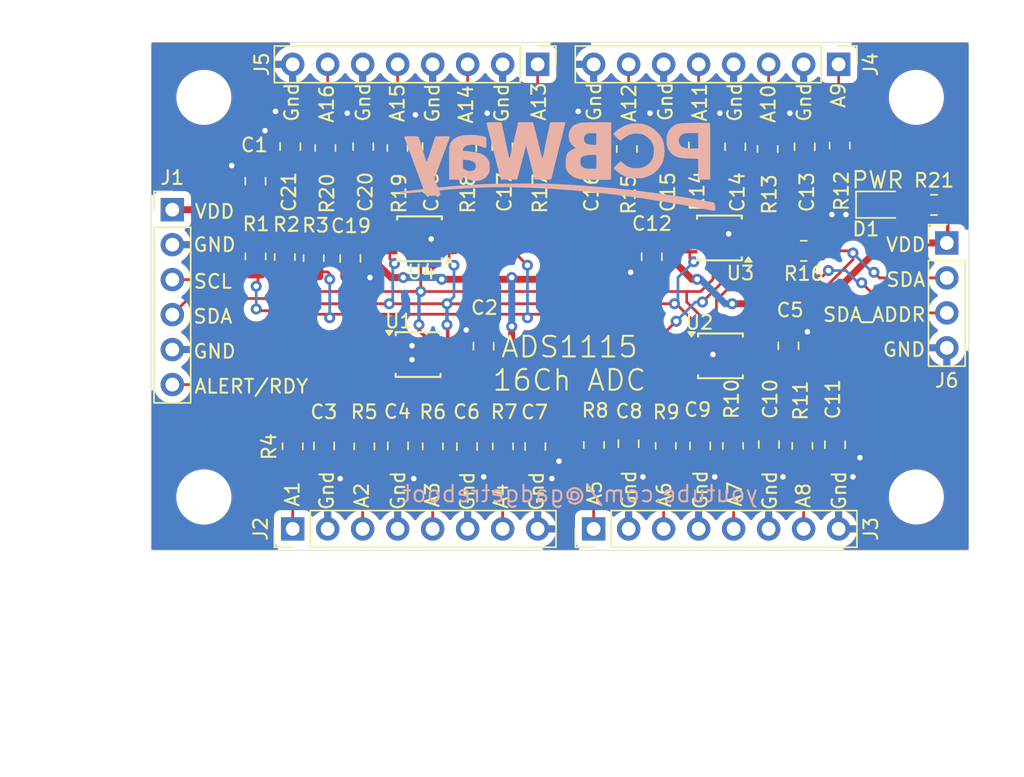
<source format=kicad_pcb>
(kicad_pcb (version 20240108) (generator "pcbnew") (generator_version "8.0")
  (layers (0 "F.Cu" signal) (31 "B.Cu" signal) (34 "B.Paste" user) (35 "F.Paste" user) (36 "B.SilkS" user "B.Silkscreen") (37 "F.SilkS" user "F.Silkscreen") (38 "B.Mask" user) (39 "F.Mask" user) (44 "Edge.Cuts" user))
  (net 0 "")
  (net 1 "/AIN1")
  (net 2 "GNDREF")
  (net 3 "/AIN3")
  (net 4 "/AIN2")
  (net 5 "/AIN4")
  (net 6 "/AIN5")
  (net 7 "/AIN6")
  (net 8 "/AIN7")
  (net 9 "/AIN8")
  (net 10 "VDD")
  (net 11 "/AIN9")
  (net 12 "/AIN10")
  (net 13 "/AIN11")
  (net 14 "/AIN12")
  (net 15 "/AIN13")
  (net 16 "/AIN14")
  (net 17 "/AIN15")
  (net 18 "/AIN16")
  (net 19 "Net-(J2-Pin_1)")
  (net 20 "Net-(J2-Pin_7)")
  (net 21 "Net-(J2-Pin_5)")
  (net 22 "Net-(J2-Pin_3)")
  (net 23 "/SCL")
  (net 24 "/ALERT_RDY")
  (net 25 "/SDA_ADDR")
  (net 26 "/SDA")
  (net 27 "Net-(J4-Pin_5)")
  (net 28 "Net-(J4-Pin_7)")
  (net 29 "Net-(J4-Pin_1)")
  (net 30 "Net-(J4-Pin_3)")
  (net 31 "Net-(J5-Pin_1)")
  (net 32 "Net-(J5-Pin_5)")
  (net 33 "Net-(J5-Pin_3)")
  (net 34 "Net-(J5-Pin_7)")
  (net 35 "Net-(J3-Pin_1)")
  (net 36 "Net-(J3-Pin_7)")
  (net 37 "Net-(J3-Pin_5)")
  (net 38 "Net-(J3-Pin_3)")
  (net 39 "Net-(D1-A)")
  (footprint "MountingHole:MountingHole_3.5mm" (layer "F.Cu") (at 98.53 69.1034)
    (property "Reference" "H3" (hide yes))
    (property "Value" "MountingHole")
  )
  (footprint "MountingHole:MountingHole_3.5mm" (layer "F.Cu") (at 108.944 97.8816 135)
    (property "Reference" "H4" (hide yes))
    (property "Value" "MountingHole")
  )
  (footprint "MountingHole:MountingHole_3.5mm" (layer "F.Cu") (at 56.8177 113.1253)
    (property "Reference" "H1" (hide yes))
    (property "Value" "MountingHole")
  )
  (footprint "MountingHole:MountingHole_3.5mm" (layer "F.Cu") (at 47.1712 83.5954)
    (property "Reference" "H2" (hide yes))
    (property "Value" "MountingHole")
  )
  (footprint "Resistor_SMD:R_0805_2012Metric_Pad1.20x1.40mm_HandSolder" (layer "F.Cu") (at 109.811001 76.914 180)
    (property "Reference" "R21")
    (property "Value" "300r")
  )
  (footprint "Capacitor_SMD:C_0805_2012Metric_Pad1.18x1.45mm_HandSolder" (layer "F.Cu") (at 95.3842 72.6894 -90)
    (property "Reference" "C14")
    (property "Value" "10nF")
  )
  (footprint "Capacitor_SMD:C_0805_2012Metric_Pad1.18x1.45mm_HandSolder" (layer "F.Cu") (at 78.4802 72.6894 -90)
    (property "Reference" "C17")
    (property "Value" "10nF")
  )
  (footprint "Connector_PinHeader_2.54mm:PinHeader_1x08_P2.54mm_Vertical" (layer "F.Cu") (at 81.0442 66.7054 -90)
    (property "Reference" "J5")
    (property "Value" "Conn_01x08")
  )
  (footprint "Resistor_SMD:R_0805_2012Metric_Pad1.20x1.40mm_HandSolder" (layer "F.Cu") (at 95.2226 94.4182 90)
    (property "Reference" "R10")
    (property "Value" "470r")
  )
  (footprint "Connector_PinHeader_2.54mm:PinHeader_1x08_P2.54mm_Vertical" (layer "F.Cu") (at 102.8882 66.7054 -90)
    (property "Reference" "J4")
    (property "Value" "Conn_01x08")
  )
  (footprint "Connector_PinHeader_2.54mm:PinHeader_1x06_P2.54mm_Vertical" (layer "F.Cu") (at 54.53 77.263)
    (property "Reference" "J1")
    (property "Value" "Conn_01x06")
  )
  (footprint "Capacitor_SMD:C_0805_2012Metric_Pad1.18x1.45mm_HandSolder" (layer "F.Cu") (at 60.561799 75.1906 -90)
    (property "Reference" "C1")
    (property "Value" "10uF")
  )
  (footprint "Capacitor_SMD:C_0805_2012Metric_Pad1.18x1.45mm_HandSolder" (layer "F.Cu") (at 67.447199 80.8034 90)
    (property "Reference" "C19")
    (property "Value" "100nF")
  )
  (footprint "Resistor_SMD:R_0805_2012Metric_Pad1.20x1.40mm_HandSolder" (layer "F.Cu") (at 102.972199 72.5994 -90)
    (property "Reference" "R12")
    (property "Value" "470r")
  )
  (footprint "Resistor_SMD:R_0805_2012Metric_Pad1.20x1.40mm_HandSolder" (layer "F.Cu") (at 65.634201 72.7774 -90)
    (property "Reference" "R20")
    (property "Value" "470r")
  )
  (footprint "Resistor_SMD:R_0805_2012Metric_Pad1.20x1.40mm_HandSolder" (layer "F.Cu") (at 78.5238 94.4438 90)
    (property "Reference" "R7")
    (property "Value" "470r")
  )
  (footprint "Capacitor_SMD:C_0805_2012Metric_Pad1.18x1.45mm_HandSolder" (layer "F.Cu") (at 92.8358 94.4138 90)
    (property "Reference" "C9")
    (property "Value" "10nF")
  )
  (footprint "Resistor_SMD:R_0805_2012Metric_Pad1.20x1.40mm_HandSolder" (layer "F.Cu") (at 64.7918 80.7806 -90)
    (property "Reference" "R3")
    (property "Value" "4K7")
  )
  (footprint "Connector_PinHeader_2.54mm:PinHeader_1x04_P2.54mm_Vertical" (layer "F.Cu") (at 110.742 79.676)
    (property "Reference" "J6")
    (property "Value" "Conn_01x04")
  )
  (footprint "Capacitor_SMD:C_0805_2012Metric_Pad1.18x1.45mm_HandSolder" (layer "F.Cu") (at 97.827 94.3122 90)
    (property "Reference" "C10")
    (property "Value" "10nF")
  )
  (footprint "Capacitor_SMD:C_0805_2012Metric_Pad1.18x1.45mm_HandSolder" (layer "F.Cu") (at 99.245 87.1514 -90)
    (property "Reference" "C5")
    (property "Value" "100nF")
  )
  (footprint "Capacitor_SMD:C_0805_2012Metric_Pad1.18x1.45mm_HandSolder" (layer "F.Cu") (at 89.3292 80.6764 90)
    (property "Reference" "C12")
    (property "Value" "100nF")
  )
  (footprint "Resistor_SMD:R_0805_2012Metric_Pad1.20x1.40mm_HandSolder" (layer "F.Cu") (at 100.358399 80.250799)
    (property "Reference" "R16")
    (property "Value" "0r")
  )
  (footprint "Resistor_SMD:R_0805_2012Metric_Pad1.20x1.40mm_HandSolder" (layer "F.Cu") (at 60.5718 80.6536 -90)
    (property "Reference" "R1")
    (property "Value" "4K7")
  )
  (footprint "Resistor_SMD:R_0805_2012Metric_Pad1.20x1.40mm_HandSolder" (layer "F.Cu") (at 97.736199 72.8534 -90)
    (property "Reference" "R13")
    (property "Value" "470r")
  )
  (footprint "Resistor_SMD:R_0805_2012Metric_Pad1.20x1.40mm_HandSolder" (layer "F.Cu") (at 70.870201 72.7774 -90)
    (property "Reference" "R19")
    (property "Value" "470r")
  )
  (footprint "Resistor_SMD:R_0805_2012Metric_Pad1.20x1.40mm_HandSolder" (layer "F.Cu") (at 75.852201 72.7774 -90)
    (property "Reference" "R18")
    (property "Value" "470r")
  )
  (footprint "LED_SMD:LED_0805_2012Metric_Pad1.15x1.40mm_HandSolder" (layer "F.Cu") (at 106.011001 76.897)
    (property "Reference" "D1")
    (property "Value" "LED_Small_Filled")
  )
  (footprint "Capacitor_SMD:C_0805_2012Metric_Pad1.18x1.45mm_HandSolder" (layer "F.Cu") (at 73.4262 72.673401 -90)
    (property "Reference" "C18")
    (property "Value" "10nF")
  )
  (footprint "Capacitor_SMD:C_0805_2012Metric_Pad1.18x1.45mm_HandSolder" (layer "F.Cu") (at 68.3842 72.6734 -90)
    (property "Reference" "C20")
    (property "Value" "10nF")
  )
  (footprint "Package_SO:TSSOP-10_3x3mm_P0.5mm" (layer "F.Cu") (at 72.3678 87.7794)
    (property "Reference" "U1")
    (property "Value" "ADS1115IDGS")
  )
  (footprint "Resistor_SMD:R_0805_2012Metric_Pad1.20x1.40mm_HandSolder" (layer "F.Cu") (at 100.2554 94.4182 90)
    (property "Reference" "R11")
    (property "Value" "470r")
  )
  (footprint "Capacitor_SMD:C_0805_2012Metric_Pad1.18x1.45mm_HandSolder" (layer "F.Cu") (at 90.3422 72.6894 -90)
    (property "Reference" "C15")
    (property "Value" "10nF")
  )
  (footprint "Resistor_SMD:R_0805_2012Metric_Pad1.20x1.40mm_HandSolder" (layer "F.Cu") (at 73.436601 94.4438 90)
    (property "Reference" "R6")
    (property "Value" "470r")
  )
  (footprint "Capacitor_SMD:C_0805_2012Metric_Pad1.18x1.45mm_HandSolder" (layer "F.Cu") (at 77.1218 87.1674 -90)
    (property "Reference" "C2")
    (property "Value" "100nF")
  )
  (footprint "Package_SO:TSSOP-10_3x3mm_P0.5mm" (layer "F.Cu") (at 94.3134 87.8774)
    (property "Reference" "U2")
    (property "Value" "ADS1115IDGS")
  )
  (footprint "Capacitor_SMD:C_0805_2012Metric_Pad1.18x1.45mm_HandSolder" (layer "F.Cu") (at 63.0882 72.6734 -90)
    (property "Reference" "C21")
    (property "Value" "10nF")
  )
  (footprint "Capacitor_SMD:C_0805_2012Metric_Pad1.18x1.45mm_HandSolder" (layer "F.Cu") (at 100.4262 72.6894 -90)
    (property "Reference" "C13")
    (property "Value" "10nF")
  )
  (footprint "Capacitor_SMD:C_0805_2012Metric_Pad1.18x1.45mm_HandSolder" (layer "F.Cu") (at 87.6414 94.2614 90)
    (property "Reference" "C8")
    (property "Value" "10nF")
  )
  (footprint "Resistor_SMD:R_0805_2012Metric_Pad1.20x1.40mm_HandSolder" (layer "F.Cu") (at 90.3422 94.4182 90)
    (property "Reference" "R9")
    (property "Value" "470r")
  )
  (footprint "Connector_PinHeader_2.54mm:PinHeader_1x08_P2.54mm_Vertical" (layer "F.Cu") (at 85.1082 100.4446 90)
    (property "Reference" "J3")
    (property "Value" "Conn_01x08")
  )
  (footprint "Package_SO:TSSOP-10_3x3mm_P0.5mm" (layer "F.Cu") (at 94.2366 79.3162 180)
    (property "Reference" "U3")
    (property "Value" "ADS1115IDGS")
  )
  (footprint "Resistor_SMD:R_0805_2012Metric_Pad1.20x1.40mm_HandSolder" (layer "F.Cu") (at 87.518199 72.8534 -90)
    (property "Reference" "R15")
    (property "Value" "470r")
  )
  (footprint "Capacitor_SMD:C_0805_2012Metric_Pad1.18x1.45mm_HandSolder" (layer "F.Cu") (at 80.8722 94.4646 90)
    (property "Reference" "C7")
    (property "Value" "10nF")
  )
  (footprint "Resistor_SMD:R_0805_2012Metric_Pad1.20x1.40mm_HandSolder" (layer "F.Cu") (at 68.4618 94.4438 90)
    (property "Reference" "R5")
    (property "Value" "470r")
  )
  (footprint "Capacitor_SMD:C_0805_2012Metric_Pad1.18x1.45mm_HandSolder" (layer "F.Cu") (at 75.919 94.4646 90)
    (property "Reference" "C6")
    (property "Value" "10nF")
  )
  (footprint "Capacitor_SMD:C_0805_2012Metric_Pad1.18x1.45mm_HandSolder" (layer "F.Cu") (at 65.543 94.4138 90)
    (property "Reference" "C3")
    (property "Value" "10nF")
  )
  (footprint "Resistor_SMD:R_0805_2012Metric_Pad1.20x1.40mm_HandSolder" (layer "F.Cu") (at 62.6932 80.6994 -90)
    (property "Reference" "R2")
    (property "Value" "4K7")
  )
  (footprint "Capacitor_SMD:C_0805_2012Metric_Pad1.18x1.45mm_HandSolder" (layer "F.Cu") (at 102.627 94.3282 90)
    (property "Reference" "C11")
    (property "Value" "10nF")
  )
  (footprint "Resistor_SMD:R_0805_2012Metric_Pad1.20x1.40mm_HandSolder" (layer "F.Cu") (at 85.1314 94.3422 90)
    (property "Reference" "R8")
    (property "Value" "470r")
  )
  (footprint "Resistor_SMD:R_0805_2012Metric_Pad1.20x1.40mm_HandSolder" (layer "F.Cu") (at 92.754199 72.5994 -90)
    (property "Reference" "R14")
    (property "Value" "470r")
  )
  (footprint "Capacitor_SMD:C_0805_2012Metric_Pad1.18x1.45mm_HandSolder" (layer "F.Cu") (at 85.0462 72.6894 -90)
    (property "Reference" "C16")
    (property "Value" "10nF")
  )
  (footprint "Connector_PinHeader_2.54mm:PinHeader_1x08_P2.54mm_Vertical" (layer "F.Cu") (at 63.2642 100.4446 90)
    (property "Reference" "J2")
    (property "Value" "Conn_01x08")
  )
  (footprint "Resistor_SMD:R_0805_2012Metric_Pad1.20x1.40mm_HandSolder" (layer "F.Cu") (at 81.088201 72.7774 -90)
    (property "Reference" "R17")
    (property "Value" "470r")
  )
  (footprint "Capacitor_SMD:C_0805_2012Metric_Pad1.18x1.45mm_HandSolder" (layer "F.Cu") (at 70.9026 94.4138 90)
    (property "Reference" "C4")
    (property "Value" "10nF")
  )
  (footprint "Resistor_SMD:R_0805_2012Metric_Pad1.20x1.40mm_HandSolder" (layer "F.Cu") (at 63.2658 94.4438 90)
    (property "Reference" "R4")
    (property "Value" "470r")
  )
  (footprint "Package_SO:TSSOP-10_3x3mm_P0.5mm" (layer "F.Cu") (at 72.4694 79.3738 180)
    (property "Reference" "U4")
    (property "Value" "ADS1115IDGS")
  )
  (footprint "_Custom_Footprints:pcb way logo" (layer "B.Cu") (at 82.496 74.8008 180)
    (property "Reference" "G***" (hide yes))
    (property "Value" "LOGO" (hide yes))
  )
  (gr_line (start 52.9844 102) (end 52.9844 65.1002) (stroke (width 0.05)) (layer "Edge.Cuts"))
  (gr_line (start 112.34 102) (end 52.9844 102) (stroke (width 0.05)) (layer "Edge.Cuts"))
  (gr_line (start 52.9844 65.1002) (end 112.34 65.1002) (stroke (width 0.05)) (layer "Edge.Cuts"))
  (gr_line (start 112.34 65.1002) (end 112.34 102) (stroke (width 0.05)) (layer "Edge.Cuts"))
  (gr_text "youtube.com/@gadgetreboot" (at 84.1256 97.8962 0) (layer "B.SilkS") (effects (font (size 1.2 1.2)) (justify mirror)))
  (gr_text "ADS1115\n16Ch ADC" (at 83.351 88.4408 0) (layer "F.SilkS") (effects (font (size 1.5 1.5))))
  (gr_text "A14" (at 75.8406 69.616 90) (layer "F.SilkS") (effects (font (size 1 1))))
  (gr_text "ALERT/RDY" (at 60.2634 90.0934 0) (layer "F.SilkS") (effects (font (size 1 1))))
  (gr_text "VDD" (at 57.5964 77.3934 0) (layer "F.SilkS") (effects (font (size 1 1))))
  (gr_text "A3" (at 73.4022 97.9624 90) (layer "F.SilkS") (effects (font (size 1 1))))
  (gr_text "PWR" (at 105.7294 75.1074 0) (layer "F.SilkS") (effects (font (size 1.2 1.2))))
  (gr_text "A11" (at 92.8078 69.4636 90) (layer "F.SilkS") (effects (font (size 1 1))))
  (gr_text "Gnd" (at 95.3478 69.4636 90) (layer "F.SilkS") (effects (font (size 1 1))))
  (gr_text "A7" (at 95.3478 97.9116 90) (layer "F.SilkS") (effects (font (size 1 1))))
  (gr_text "A9" (at 102.8662 68.9556 90) (layer "F.SilkS") (effects (font (size 1 1))))
  (gr_text "A8" (at 100.3262 98.0132 90) (layer "F.SilkS") (effects (font (size 1 1))))
  (gr_text "GND" (at 107.6344 87.4264 0) (layer "F.SilkS") (effects (font (size 1 1))))
  (gr_text "Gnd" (at 73.4022 69.5144 90) (layer "F.SilkS") (effects (font (size 1 1))))
  (gr_text "SDA" (at 57.4694 85.0134 0) (layer "F.SilkS") (effects (font (size 1 1))))
  (gr_text "Gnd" (at 87.677 97.6068 90) (layer "F.SilkS") (effects (font (size 1 1))))
  (gr_text "A15" (at 70.8622 69.5144 90) (layer "F.SilkS") (effects (font (size 1 1))))
  (gr_text "A13" (at 81.1238 69.4128 90) (layer "F.SilkS") (effects (font (size 1 1))))
  (gr_text "Gnd" (at 90.3186 69.4128 90) (layer "F.SilkS") (effects (font (size 1 1))))
  (gr_text "A10" (at 97.7862 69.5652 90) (layer "F.SilkS") (effects (font (size 1 1))))
  (gr_text "Gnd" (at 80.9714 97.7084 90) (layer "F.SilkS") (effects (font (size 1 1))))
  (gr_text "Gnd" (at 68.373 69.4636 90) (layer "F.SilkS") (effects (font (size 1 1))))
  (gr_text "Gnd" (at 65.7314 97.6576 90) (layer "F.SilkS") (effects (font (size 1 1))))
  (gr_text "A16" (at 65.7314 69.5652 90) (layer "F.SilkS") (effects (font (size 1 1))))
  (gr_text "Gnd" (at 102.917 97.6576 90) (layer "F.SilkS") (effects (font (size 1 1))))
  (gr_text "Gnd" (at 78.4314 69.5144 90) (layer "F.SilkS") (effects (font (size 1 1))))
  (gr_text "A5" (at 85.1878 97.8608 90) (layer "F.SilkS") (effects (font (size 1 1))))
  (gr_text "Gnd" (at 70.913 97.6576 90) (layer "F.SilkS") (effects (font (size 1 1))))
  (gr_text "Gnd" (at 92.8586 97.6068 90) (layer "F.SilkS") (effects (font (size 1 1))))
  (gr_text "VDD" (at 107.7614 79.8064 0) (layer "F.SilkS") (effects (font (size 1 1))))
  (gr_text "Gnd" (at 85.137 69.4128 90) (layer "F.SilkS") (effects (font (size 1 1))))
  (gr_text "Gnd" (at 100.377 69.4636 90) (layer "F.SilkS") (effects (font (size 1 1))))
  (gr_text "A1" (at 63.2422 97.9116 90) (layer "F.SilkS") (effects (font (size 1 1))))
  (gr_text "A6" (at 90.217 97.9624 90) (layer "F.SilkS") (effects (font (size 1 1))))
  (gr_text "SDA_ADDR" (at 105.4754 84.8864 0) (layer "F.SilkS") (effects (font (size 1 1))))
  (gr_text "Gnd" (at 97.8878 97.6576 90) (layer "F.SilkS") (effects (font (size 1 1))))
  (gr_text "Gnd" (at 75.9422 97.7084 90) (layer "F.SilkS") (effects (font (size 1 1))))
  (gr_text "A2" (at 68.2714 98.0132 90) (layer "F.SilkS") (effects (font (size 1 1))))
  (gr_text "A12" (at 87.677 69.5144 90) (layer "F.SilkS") (effects (font (size 1 1))))
  (gr_text "GND" (at 57.5964 87.5534 0) (layer "F.SilkS") (effects (font (size 1 1))))
  (gr_text "GND" (at 57.5964 79.8064 0) (layer "F.SilkS") (effects (font (size 1 1))))
  (gr_text "SCL" (at 57.4694 82.4734 0) (layer "F.SilkS") (effects (font (size 1 1))))
  (gr_text "Gnd" (at 63.1914 69.4636 90) (layer "F.SilkS") (effects (font (size 1 1))))
  (gr_text "A4" (at 78.3806 98.064 90) (layer "F.SilkS") (effects (font (size 1 1))))
  (gr_text "SDA" (at 107.7614 82.3464 0) (layer "F.SilkS") (effects (font (size 1 1))))
  (segment (start 63.2658 93.4438) (end 65.4755 93.4438) (width 0.2) (layer "F.Cu") (net 1))
  (segment (start 65.573 90.189) (end 65.543 90.219) (width 0.2) (layer "F.Cu") (net 1))
  (segment (start 70.2178 88.2794) (end 67.2286 88.2794) (width 0.2) (layer "F.Cu") (net 1))
  (segment (start 65.4755 93.4438) (end 65.543 93.3763) (width 0.2) (layer "F.Cu") (net 1))
  (segment (start 65.543 90.219) (end 65.543 93.3763) (width 0.2) (layer "F.Cu") (net 1))
  (segment (start 67.2286 88.2794) (end 65.573 89.935) (width 0.2) (layer "F.Cu") (net 1))
  (segment (start 65.573 89.935) (end 65.573 90.189) (width 0.2) (layer "F.Cu") (net 1))
  (segment (start 94.91 79.013) (end 95.2132 79.3162) (width 0.254) (layer "F.Cu") (net 2))
  (segment (start 70.2178 86.7794) (end 71.3956 86.7794) (width 0.254) (layer "F.Cu") (net 2))
  (segment (start 68.5279 81.8409) (end 68.875 82.188) (width 0.508) (layer "F.Cu") (net 2))
  (segment (start 71.415 87.776) (end 71.4116 87.7794) (width 0.254) (layer "F.Cu") (net 2))
  (segment (start 95.2132 79.3162) (end 96.386601 79.3162) (width 0.254) (layer "F.Cu") (net 2))
  (segment (start 74.619401 79.3738) (end 73.3402 79.3738) (width 0.254) (layer "F.Cu") (net 2))
  (segment (start 71.415 86.76) (end 71.3956 86.7794) (width 0.254) (layer "F.Cu") (net 2))
  (segment (start 92.1634 87.8774) (end 93.6656 87.8774) (width 0.254) (layer "F.Cu") (net 2))
  (segment (start 93.6656 87.8774) (end 93.767 87.776) (width 0.254) (layer "F.Cu") (net 2))
  (segment (start 73.3402 79.3738) (end 73.32 79.394) (width 0.254) (layer "F.Cu") (net 2))
  (segment (start 70.2178 87.7794) (end 71.4116 87.7794) (width 0.254) (layer "F.Cu") (net 2))
  (segment (start 67.447199 81.8409) (end 68.5279 81.8409) (width 0.508) (layer "F.Cu") (net 2))
  (via (at 71.923 88.157) (size 0.8) (drill 0.4) (layers "F.Cu" "B.Cu") (net 2))
  (via (at 72.177 70.377) (size 0.8) (drill 0.4) (layers "F.Cu" "B.Cu") (net 2))
  (via (at 100.625 86.125) (size 0.8) (drill 0.4) (layers "F.Cu" "B.Cu") (net 2))
  (via (at 103.927 96.666) (size 0.8) (drill 0.4) (layers "F.Cu" "B.Cu") (net 2))
  (via (at 75.86 85.998) (size 0.8) (drill 0.4) (layers "F.Cu" "B.Cu") (net 2))
  (via (at 103.419 77.616) (size 0.8) (drill 0.4) (layers "F.Cu" "B.Cu") (net 2))
  (via (at 73.32 79.394) (size 0.8) (drill 0.4) (layers "F.Cu" "B.Cu") (net 2))
  (via (at 83.988 70.123) (size 0.8) (drill 0.4) (layers "F.Cu" "B.Cu") (net 2))
  (via (at 102.403 77.616) (size 0.8) (drill 0.4) (layers "F.Cu" "B.Cu") (net 2))
  (via (at 89.195 70.25) (size 0.8) (drill 0.4) (layers "F.Cu" "B.Cu") (net 2))
  (via (at 71.923 87.141) (size 0.8) (drill 0.4) (layers "F.Cu" "B.Cu") (net 2))
  (via (at 67.224 70.25) (size 0.8) (drill 0.4) (layers "F.Cu" "B.Cu") (net 2))
  (via (at 72.05 96.793) (size 0.8) (drill 0.4) (layers "F.Cu" "B.Cu") (net 2))
  (via (at 61.255 71.52) (size 0.8) (drill 0.4) (layers "F.Cu" "B.Cu") (net 2))
  (via (at 66.716 96.793) (size 0.8) (drill 0.4) (layers "F.Cu" "B.Cu") (net 2))
  (via (at 104.435 95.269) (size 0.8) (drill 0.4) (layers "F.Cu" "B.Cu") (net 2))
  (via (at 93.894 96.666) (size 0.8) (drill 0.4) (layers "F.Cu" "B.Cu") (net 2))
  (via (at 98.847 96.666) (size 0.8) (drill 0.4) (layers "F.Cu" "B.Cu") (net 2))
  (via (at 94.91 79.013) (size 0.8) (drill 0.4) (layers "F.Cu" "B.Cu") (net 2))
  (via (at 68.875 82.188) (size 0.8) (drill 0.4) (layers "F.Cu" "B.Cu") (net 2))
  (via (at 93.767 87.776) (size 0.8) (drill 0.4) (layers "F.Cu" "B.Cu") (net 2))
  (via (at 99.355 70.25) (size 0.8) (drill 0.4) (layers "F.Cu" "B.Cu") (net 2))
  (via (at 62.017 70.123) (size 0.8) (drill 0.4) (layers "F.Cu" "B.Cu") (net 2))
  (via (at 77.384 70.25) (size 0.8) (drill 0.4) (layers "F.Cu" "B.Cu") (net 2))
  (via (at 87.798 81.807) (size 0.8) (drill 0.4) (layers "F.Cu" "B.Cu") (net 2))
  (via (at 94.275 70.25) (size 0.8) (drill 0.4) (layers "F.Cu" "B.Cu") (net 2))
  (via (at 58.842 74.06) (size 0.8) (drill 0.4) (layers "F.Cu" "B.Cu") (net 2))
  (via (at 82.083 96.793) (size 0.8) (drill 0.4) (layers "F.Cu" "B.Cu") (net 2))
  (via (at 82.591 95.523) (size 0.8) (drill 0.4) (layers "F.Cu" "B.Cu") (net 2))
  (via (at 77.13 96.666) (size 0.8) (drill 0.4) (layers "F.Cu" "B.Cu") (net 2))
  (via (at 88.687 96.666) (size 0.8) (drill 0.4) (layers "F.Cu" "B.Cu") (net 2))
  (segment (start 74.5178 88.7794) (end 74.5178 90.6248) (width 0.2) (layer "F.Cu") (net 3))
  (segment (start 75.919 92.026) (end 75.919 93.4271) (width 0.2) (layer "F.Cu") (net 3))
  (segment (start 74.5178 90.6248) (end 75.919 92.026) (width 0.2) (layer "F.Cu") (net 3))
  (segment (start 73.436601 93.4438) (end 75.9023 93.4438) (width 0.2) (layer "F.Cu") (net 3))
  (segment (start 75.9023 93.4438) (end 75.919 93.4271) (width 0.2) (layer "F.Cu") (net 3))
  (segment (start 70.2178 91.0238) (end 70.907 91.713) (width 0.2) (layer "F.Cu") (net 4))
  (segment (start 68.4618 93.4438) (end 70.8351 93.4438) (width 0.2) (layer "F.Cu") (net 4))
  (segment (start 70.8351 93.4438) (end 70.9026 93.3763) (width 0.2) (layer "F.Cu") (net 4))
  (segment (start 70.9026 91.7174) (end 70.9026 93.3763) (width 0.2) (layer "F.Cu") (net 4))
  (segment (start 70.2178 88.7794) (end 70.2178 91.0238) (width 0.2) (layer "F.Cu") (net 4))
  (segment (start 70.907 91.713) (end 70.9026 91.7174) (width 0.2) (layer "F.Cu") (net 4))
  (segment (start 80.051 91.459) (end 80.8722 92.2802) (width 0.2) (layer "F.Cu") (net 5))
  (segment (start 77.384 91.459) (end 80.051 91.459) (width 0.2) (layer "F.Cu") (net 5))
  (segment (start 75.3474 88.2794) (end 75.606 88.538) (width 0.2) (layer "F.Cu") (net 5))
  (segment (start 75.606 89.681) (end 77.384 91.459) (width 0.2) (layer "F.Cu") (net 5))
  (segment (start 74.5178 88.2794) (end 75.3474 88.2794) (width 0.2) (layer "F.Cu") (net 5))
  (segment (start 80.8722 92.2802) (end 80.8722 93.4271) (width 0.2) (layer "F.Cu") (net 5))
  (segment (start 80.8555 93.4438) (end 80.8722 93.4271) (width 0.2) (layer "F.Cu") (net 5))
  (segment (start 75.606 88.538) (end 75.606 89.681) (width 0.2) (layer "F.Cu") (net 5))
  (segment (start 78.5238 93.4438) (end 80.8555 93.4438) (width 0.2) (layer "F.Cu") (net 5))
  (segment (start 87.6414 90.4726) (end 87.6414 93.2239) (width 0.2) (layer "F.Cu") (net 6))
  (segment (start 89.7366 88.3774) (end 87.6414 90.4726) (width 0.2) (layer "F.Cu") (net 6))
  (segment (start 85.1314 93.3422) (end 87.5231 93.3422) (width 0.2) (layer "F.Cu") (net 6))
  (segment (start 92.1634 88.3774) (end 89.7366 88.3774) (width 0.2) (layer "F.Cu") (net 6))
  (segment (start 87.5231 93.3422) (end 87.6414 93.2239) (width 0.2) (layer "F.Cu") (net 6))
  (segment (start 90.3422 93.4182) (end 92.7939 93.4182) (width 0.2) (layer "F.Cu") (net 7))
  (segment (start 92.1634 88.8774) (end 92.1634 90.4904) (width 0.2) (layer "F.Cu") (net 7))
  (segment (start 92.8358 91.1628) (end 92.8358 93.3763) (width 0.2) (layer "F.Cu") (net 7))
  (segment (start 92.1634 90.4904) (end 92.8358 91.1628) (width 0.2) (layer "F.Cu") (net 7))
  (segment (start 92.7939 93.4182) (end 92.8358 93.3763) (width 0.2) (layer "F.Cu") (net 7))
  (segment (start 97.827 91.582) (end 97.827 93.2747) (width 0.2) (layer "F.Cu") (net 8))
  (segment (start 97.6835 93.4182) (end 97.827 93.2747) (width 0.2) (layer "F.Cu") (net 8))
  (segment (start 96.4634 88.8774) (end 96.4634 90.2184) (width 0.2) (layer "F.Cu") (net 8))
  (segment (start 96.4634 90.2184) (end 97.827 91.582) (width 0.2) (layer "F.Cu") (net 8))
  (segment (start 95.2226 93.4182) (end 97.6835 93.4182) (width 0.2) (layer "F.Cu") (net 8))
  (segment (start 97.704 89.554) (end 99.609 91.459) (width 0.2) (layer "F.Cu") (net 9))
  (segment (start 99.609 91.459) (end 101.768 91.459) (width 0.2) (layer "F.Cu") (net 9))
  (segment (start 102.627 92.318) (end 102.627 93.2907) (width 0.2) (layer "F.Cu") (net 9))
  (segment (start 100.3829 93.2907) (end 100.2554 93.4182) (width 0.2) (layer "F.Cu") (net 9))
  (segment (start 102.627 93.2907) (end 100.3829 93.2907) (width 0.2) (layer "F.Cu") (net 9))
  (segment (start 97.2894 88.3774) (end 97.704 88.792) (width 0.2) (layer "F.Cu") (net 9))
  (segment (start 96.4634 88.3774) (end 97.2894 88.3774) (width 0.2) (layer "F.Cu") (net 9))
  (segment (start 97.704 88.792) (end 97.704 89.554) (width 0.2) (layer "F.Cu") (net 9))
  (segment (start 101.768 91.459) (end 102.627 92.318) (width 0.2) (layer "F.Cu") (net 9))
  (segment (start 70.319399 79.3738) (end 67.839299 79.3738) (width 0.254) (layer "F.Cu") (net 10))
  (segment (start 92.243 82.315) (end 92.624 82.315) (width 0.508) (layer "F.Cu") (net 10))
  (segment (start 87.5531 79.6389) (end 88.56 79.6389) (width 0.508) (layer "F.Cu") (net 10))
  (segment (start 84.623 82.315) (end 87.29 79.648) (width 0.508) (layer "F.Cu") (net 10))
  (segment (start 66.462 79.6536) (end 67.334899 79.6536) (width 0.508) (layer "F.Cu") (net 10))
  (segment (start 79.289 82.315) (end 84.623 82.315) (width 0.508) (layer "F.Cu") (net 10))
  (segment (start 88.56 79.6389) (end 89.3292 79.6389) (width 0.508) (layer "F.Cu") (net 10))
  (segment (start 79.162 87.268) (end 78.2251 88.2049) (width 0.508) (layer "F.Cu") (net 10))
  (segment (start 94.953714 87.8774) (end 96.4634 87.8774) (width 0.2) (layer "F.Cu") (net 10))
  (segment (start 88.56 79.6389) (end 89.5669 79.6389) (width 0.508) (layer "F.Cu") (net 10))
  (segment (start 79.162 82.188) (end 79.289 82.315) (width 0.508) (layer "F.Cu") (net 10))
  (segment (start 101.4505 84.4105) (end 101.641 84.601) (width 0.508) (layer "F.Cu") (net 10))
  (segment (start 110.811001 79.606999) (end 110.742 79.676) (width 0.254) (layer "F.Cu") (net 10))
  (segment (start 79.162 85.744) (end 79.162 87.268) (width 0.508) (layer "F.Cu") (net 10))
  (segment (start 106.185 79.676) (end 101.4505 84.4105) (width 0.508) (layer "F.Cu") (net 10))
  (segment (start 60.5718 79.6536) (end 66.462 79.6536) (width 0.508) (layer "F.Cu") (net 10))
  (segment (start 60.561799 79.643599) (end 60.5718 79.6536) (width 0.508) (layer "F.Cu") (net 10))
  (segment (start 74.082 82.315) (end 79.289 82.315) (width 0.508) (layer "F.Cu") (net 10))
  (segment (start 60.561799 76.2281) (end 57.5629 76.2281) (width 0.508) (layer "F.Cu") (net 10))
  (segment (start 57.5629 76.2281) (end 56.528 77.263) (width 0.508) (layer "F.Cu") (net 10))
  (segment (start 76.6963 87.7794) (end 77.1218 88.2049) (width 0.254) (layer "F.Cu") (net 10))
  (segment (start 101.133 84.093) (end 101.4505 84.4105) (width 0.508) (layer "F.Cu") (net 10))
  (segment (start 92.1634 86.8774) (end 93.953714 86.8774) (width 0.2) (layer "F.Cu") (net 10))
  (segment (start 67.334899 79.6536) (end 67.447199 79.7659) (width 0.508) (layer "F.Cu") (net 10))
  (segment (start 60.561799 76.2281) (end 60.561799 79.643599) (width 0.508) (layer "F.Cu") (net 10))
  (segment (start 101.641 87.649) (end 101.1011 88.1889) (width 0.508) (layer "F.Cu") (net 10))
  (segment (start 110.742 79.676) (end 106.185 79.676) (width 0.508) (layer "F.Cu") (net 10))
  (segment (start 67.839299 79.3738) (end 67.447199 79.7659) (width 0.254) (layer "F.Cu") (net 10))
  (segment (start 110.811001 76.914) (end 110.811001 79.606999) (width 0.254) (layer "F.Cu") (net 10))
  (segment (start 101.641 84.601) (end 101.641 87.649) (width 0.508) (layer "F.Cu") (net 10))
  (segment (start 68.218299 80.537) (end 67.334899 79.6536) (width 0.508) (layer "F.Cu") (net 10))
  (segment (start 92.086599 79.3162) (end 89.6519 79.3162) (width 0.254) (layer "F.Cu") (net 10))
  (segment (start 98.9335 87.8774) (end 99.245 88.1889) (width 0.254) (layer "F.Cu") (net 10))
  (segment (start 87.544 79.648) (end 87.5531 79.6389) (width 0.508) (layer "F.Cu") (net 10))
  (segment (start 89.6519 79.3162) (end 89.3292 79.6389) (width 0.254) (layer "F.Cu") (net 10))
  (segment (start 93.953714 86.8774) (end 94.953714 87.8774) (width 0.2) (layer "F.Cu") (net 10))
  (segment (start 78.2251 88.2049) (end 77.1218 88.2049) (width 0.508) (layer "F.Cu") (net 10))
  (segment (start 96.4634 87.8774) (end 98.9335 87.8774) (width 0.254) (layer "F.Cu") (net 10))
  (segment (start 71.288 82.188) (end 70.399 82.188) (width 0.508) (layer "F.Cu") (net 10))
  (segment (start 60.365499 76.0318) (end 60.561799 76.2281) (width 0.508) (layer "F.Cu") (net 10))
  (segment (start 95.164 84.093) (end 101.133 84.093) (width 0.508) (layer "F.Cu") (net 10))
  (segment (start 90.846 80.918) (end 92.243 82.315) (width 0.508) (layer "F.Cu") (net 10))
  (segment (start 70.399 82.188) (end 68.748 80.537) (width 0.508) (layer "F.Cu") (net 10))
  (segment (start 89.5669 79.6389) (end 90.846 80.918) (width 0.508) (layer "F.Cu") (net 10))
  (segment (start 87.29 79.648) (end 87.544 79.648) (width 0.508) (layer "F.Cu") (net 10))
  (segment (start 74.5178 87.7794) (end 76.6963 87.7794) (width 0.254) (layer "F.Cu") (net 10))
  (segment (start 101.1011 88.1889) (end 99.245 88.1889) (width 0.508) (layer "F.Cu") (net 10))
  (segment (start 68.748 80.537) (end 68.218299 80.537) (width 0.508) (layer "F.Cu") (net 10))
  (segment (start 56.528 77.263) (end 54.53 77.263) (width 0.508) (layer "F.Cu") (net 10))
  (via (at 79.162 85.744) (size 0.8) (drill 0.4) (layers "F.Cu" "B.Cu") (net 10))
  (via (at 92.624 82.315) (size 0.8) (drill 0.4) (layers "F.Cu" "B.Cu") (net 10))
  (via (at 95.164 84.093) (size 0.8) (drill 0.4) (layers "F.Cu" "B.Cu") (net 10))
  (via (at 71.288 82.188) (size 0.8) (drill 0.4) (layers "F.Cu" "B.Cu") (net 10))
  (via (at 74.082 82.315) (size 0.8) (drill 0.4) (layers "F.Cu" "B.Cu") (net 10))
  (via (at 79.162 82.188) (size 0.8) (drill 0.4) (layers "F.Cu" "B.Cu") (net 10))
  (segment (start 73.955 82.188) (end 74.082 82.315) (width 0.508) (layer "B.Cu") (net 10))
  (segment (start 79.162 82.188) (end 79.162 85.744) (width 0.508) (layer "B.Cu") (net 10))
  (segment (start 95.164 84.093) (end 94.656 84.093) (width 0.508) (layer "B.Cu") (net 10))
  (segment (start 92.878 82.315) (end 92.624 82.315) (width 0.508) (layer "B.Cu") (net 10))
  (segment (start 71.288 82.188) (end 73.955 82.188) (width 0.508) (layer "B.Cu") (net 10))
  (segment (start 94.656 84.093) (end 92.878 82.315) (width 0.508) (layer "B.Cu") (net 10))
  (segment (start 102.844699 73.7269) (end 102.972199 73.5994) (width 0.2) (layer "F.Cu") (net 11))
  (segment (start 100.4262 76.4178) (end 100.4262 73.7269) (width 0.2) (layer "F.Cu") (net 11))
  (segment (start 100.4262 73.7269) (end 102.844699 73.7269) (width 0.2) (layer "F.Cu") (net 11))
  (segment (start 96.3866 78.8162) (end 98.0278 78.8162) (width 0.2) (layer "F.Cu") (net 11))
  (segment (start 98.0278 78.8162) (end 100.4262 76.4178) (width 0.2) (layer "F.Cu") (net 11))
  (segment (start 95.3842 75.4232) (end 95.3842 73.7269) (width 0.2) (layer "F.Cu") (net 12))
  (segment (start 97.609699 73.7269) (end 97.736199 73.8534) (width 0.2) (layer "F.Cu") (net 12))
  (segment (start 96.3866 76.4256) (end 95.3842 75.4232) (width 0.2) (layer "F.Cu") (net 12))
  (segment (start 95.3842 73.7269) (end 97.609699 73.7269) (width 0.2) (layer "F.Cu") (net 12))
  (segment (start 96.3866 78.3162) (end 96.3866 76.4256) (width 0.2) (layer "F.Cu") (net 12))
  (segment (start 92.116 76.981) (end 92.0866 77.0104) (width 0.2) (layer "F.Cu") (net 13))
  (segment (start 92.116 76.727) (end 92.116 76.981) (width 0.2) (layer "F.Cu") (net 13))
  (segment (start 90.3422 74.9532) (end 92.116 76.727) (width 0.2) (layer "F.Cu") (net 13))
  (segment (start 90.3422 73.7269) (end 90.3422 74.9532) (width 0.2) (layer "F.Cu") (net 13))
  (segment (start 92.0866 77.0104) (end 92.0866 78.3162) (width 0.2) (layer "F.Cu") (net 13))
  (segment (start 90.3422 73.7269) (end 92.626699 73.7269) (width 0.2) (layer "F.Cu") (net 13))
  (segment (start 92.626699 73.7269) (end 92.754199 73.5994) (width 0.2) (layer "F.Cu") (net 13))
  (segment (start 85.0462 73.7269) (end 87.391699 73.7269) (width 0.2) (layer "F.Cu") (net 14))
  (segment (start 89.4764 76.981) (end 86.02 76.981) (width 0.2) (layer "F.Cu") (net 14))
  (segment (start 92.0866 78.8162) (end 91.3116 78.8162) (width 0.2) (layer "F.Cu") (net 14))
  (segment (start 86.02 76.981) (end 85.0462 76.0072) (width 0.2) (layer "F.Cu") (net 14))
  (segment (start 91.3116 78.8162) (end 89.4764 76.981) (width 0.2) (layer "F.Cu") (net 14))
  (segment (start 87.391699 73.7269) (end 87.518199 73.8534) (width 0.2) (layer "F.Cu") (net 14))
  (segment (start 85.0462 76.0072) (end 85.0462 73.7269) (width 0.2) (layer "F.Cu") (net 14))
  (segment (start 81.037701 73.7269) (end 81.088201 73.7774) (width 0.2) (layer "F.Cu") (net 15))
  (segment (start 78.4802 73.7269) (end 81.037701 73.7269) (width 0.2) (layer "F.Cu") (net 15))
  (segment (start 77.0152 78.8738) (end 78.4802 77.4088) (width 0.2) (layer "F.Cu") (net 15))
  (segment (start 74.6194 78.8738) (end 77.0152 78.8738) (width 0.2) (layer "F.Cu") (net 15))
  (segment (start 78.4802 77.4088) (end 78.4802 73.7269) (width 0.2) (layer "F.Cu") (net 15))
  (segment (start 74.6194 78.3738) (end 74.6194 77.2644) (width 0.2) (layer "F.Cu") (net 16))
  (segment (start 73.4262 76.0712) (end 73.4262 73.710901) (width 0.2) (layer "F.Cu") (net 16))
  (segment (start 74.6194 77.2644) (end 73.4262 76.0712) (width 0.2) (layer "F.Cu") (net 16))
  (segment (start 73.4262 73.710901) (end 75.785702 73.710901) (width 0.2) (layer "F.Cu") (net 16))
  (segment (start 75.785702 73.710901) (end 75.852201 73.7774) (width 0.2) (layer "F.Cu") (net 16))
  (segment (start 68.3842 73.7109) (end 68.3842 75.0932) (width 0.2) (layer "F.Cu") (net 17))
  (segment (start 70.3194 77.0284) (end 70.3194 78.3738) (width 0.2) (layer "F.Cu") (net 17))
  (segment (start 68.3842 73.7109) (end 70.803701 73.7109) (width 0.2) (layer "F.Cu") (net 17))
  (segment (start 68.3842 75.0932) (end 70.3194 77.0284) (width 0.2) (layer "F.Cu") (net 17))
  (segment (start 70.803701 73.7109) (end 70.870201 73.7774) (width 0.2) (layer "F.Cu") (net 17))
  (segment (start 63.0882 73.7109) (end 65.567701 73.7109) (width 0.2) (layer "F.Cu") (net 18))
  (segment (start 69.4978 78.8738) (end 67.732 77.108) (width 0.2) (layer "F.Cu") (net 18))
  (segment (start 64.557 77.108) (end 63.0882 75.6392) (width 0.2) (layer "F.Cu") (net 18))
  (segment (start 67.732 77.108) (end 64.557 77.108) (width 0.2) (layer "F.Cu") (net 18))
  (segment (start 70.3194 78.8738) (end 69.4978 78.8738) (width 0.2) (layer "F.Cu") (net 18))
  (segment (start 65.567701 73.7109) (end 65.634201 73.7774) (width 0.2) (layer "F.Cu") (net 18))
  (segment (start 63.0882 75.6392) (end 63.0882 73.7109) (width 0.2) (layer "F.Cu") (net 18))
  (segment (start 63.2642 95.4454) (end 63.2658 95.4438) (width 0.2) (layer "F.Cu") (net 19))
  (segment (start 63.2642 100.4446) (end 63.2642 95.4454) (width 0.2) (layer "F.Cu") (net 19))
  (segment (start 78.5042 95.4634) (end 78.5238 95.4438) (width 0.2) (layer "F.Cu") (net 20))
  (segment (start 78.5042 100.4446) (end 78.5042 95.4634) (width 0.2) (layer "F.Cu") (net 20))
  (segment (start 73.4242 95.456201) (end 73.436601 95.4438) (width 0.2) (layer "F.Cu") (net 21))
  (segment (start 73.4242 100.4446) (end 73.4242 95.456201) (width 0.2) (layer "F.Cu") (net 21))
  (segment (start 68.344199 100.4446) (end 68.344199 95.561401) (width 0.2) (layer "F.Cu") (net 22))
  (segment (start 68.344199 95.561401) (end 68.4618 95.4438) (width 0.2) (layer "F.Cu") (net 22))
  (segment (start 70.3194 80.8384) (end 70.653 81.172) (width 0.2) (layer "F.Cu") (net 23))
  (segment (start 92.0866 80.3162) (end 92.0866 80.7616) (width 0.2) (layer "F.Cu") (net 23))
  (segment (start 59.1966 81.6536) (end 58.5072 82.343) (width 0.2) (layer "F.Cu") (net 23))
  (segment (start 96.18 86.252) (end 96.4634 86.5354) (width 0.2) (layer "F.Cu") (net 23))
  (segment (start 60.747 82.696) (end 60.62 82.823) (width 0.2) (layer "F.Cu") (net 23))
  (segment (start 74.5178 85.6718) (end 74.463 85.617) (width 0.254) (layer "F.Cu") (net 23))
  (segment (start 90.973 84.093) (end 91.1 84.093) (width 0.2) (layer "F.Cu") (net 23))
  (segment (start 62.144 84.093) (end 70.272 84.093) (width 0.2) (layer "F.Cu") (net 23))
  (segment (start 60.5936 81.6536) (end 60.747 81.807) (width 0.2) (layer "F.Cu") (net 23))
  (segment (start 74.6194 80.3738) (end 74.6194 80.9474) (width 0.2) (layer "F.Cu") (net 23))
  (segment (start 93.259 86.252) (end 96.18 86.252) (width 0.2) (layer "F.Cu") (net 23))
  (segment (start 74.5178 86.7794) (end 74.5178 85.6718) (width 0.254) (layer "F.Cu") (net 23))
  (segment (start 91.1 84.093) (end 93.259 86.252) (width 0.2) (layer "F.Cu") (net 23))
  (segment (start 60.747 81.807) (end 60.747 82.696) (width 0.2) (layer "F.Cu") (net 23))
  (segment (start 60.62 84.474) (end 60.747 84.601) (width 0.2) (layer "F.Cu") (net 23))
  (segment (start 58.5072 82.343) (end 54.53 82.343) (width 0.2) (layer "F.Cu") (net 23))
  (segment (start 61.636 84.601) (end 62.144 84.093) (width 0.2) (layer "F.Cu") (net 23))
  (segment (start 70.272 84.093) (end 74.463 84.093) (width 0.2) (layer "F.Cu") (net 23))
  (segment (start 92.0866 80.7616) (end 92.37 81.045) (width 0.2) (layer "F.Cu") (net 23))
  (segment (start 74.6194 80.9474) (end 74.971 81.299) (width 0.2) (layer "F.Cu") (net 23))
  (segment (start 59.1966 81.6536) (end 60.5718 81.6536) (width 0.2) (layer "F.Cu") (net 23))
  (segment (start 60.5718 81.6536) (end 60.5936 81.6536) (width 0.2) (layer "F.Cu") (net 23))
  (segment (start 74.463 84.093) (end 90.973 84.093) (width 0.2) (layer "F.Cu") (net 23))
  (segment (start 60.747 84.601) (end 61.636 84.601) (width 0.2) (layer "F.Cu") (net 23))
  (segment (start 96.4634 86.5354) (end 96.4634 86.8774) (width 0.2) (layer "F.Cu") (net 23))
  (segment (start 70.3194 80.3738) (end 70.3194 80.8384) (width 0.2) (layer "F.Cu") (net 23))
  (via (at 74.463 84.093) (size 0.8) (drill 0.4) (layers "F.Cu" "B.Cu") (net 23))
  (via (at 60.62 84.474) (size 0.8) (drill 0.4) (layers "F.Cu" "B.Cu") (net 23))
  (via (at 70.272 84.093) (size 0.8) (drill 0.4) (layers "F.Cu" "B.Cu") (net 23))
  (via (at 74.463 85.617) (size 0.8) (drill 0.4) (layers "F.Cu" "B.Cu") (net 23))
  (via (at 74.971 81.299) (size 0.8) (drill 0.4) (layers "F.Cu" "B.Cu") (net 23))
  (via (at 92.37 81.045) (size 0.8) (drill 0.4) (layers "F.Cu" "B.Cu") (net 23))
  (via (at 70.653 81.172) (size 0.8) (drill 0.4) (layers "F.Cu" "B.Cu") (net 23))
  (via (at 90.973 84.093) (size 0.8) (drill 0.4) (layers "F.Cu" "B.Cu") (net 23))
  (via (at 60.62 82.823) (size 0.8) (drill 0.4) (layers "F.Cu" "B.Cu") (net 23))
  (segment (start 70.526 81.299) (end 70.526 83.839) (width 0.2) (layer "B.Cu") (net 23))
  (segment (start 91.227 83.839) (end 90.973 84.093) (width 0.2) (layer "B.Cu") (net 23))
  (segment (start 70.653 81.172) (end 70.526 81.299) (width 0.2) (layer "B.Cu") (net 23))
  (segment (start 74.463 85.617) (end 74.463 84.093) (width 0.254) (layer "B.Cu") (net 23))
  (segment (start 91.227 82.188) (end 91.227 83.839) (width 0.2) (layer "B.Cu") (net 23))
  (segment (start 74.971 81.299) (end 74.971 83.585) (width 0.2) (layer "B.Cu") (net 23))
  (segment (start 60.62 82.823) (end 60.62 84.474) (width 0.2) (layer "B.Cu") (net 23))
  (segment (start 74.971 83.585) (end 74.463 84.093) (width 0.2) (layer "B.Cu") (net 23))
  (segment (start 92.37 81.045) (end 91.227 82.188) (width 0.2) (layer "B.Cu") (net 23))
  (segment (start 70.526 83.839) (end 70.272 84.093) (width 0.2) (layer "B.Cu") (net 23))
  (segment (start 92.878 84.093) (end 93.005 83.966) (width 0.2) (layer "F.Cu") (net 24))
  (segment (start 70.2178 87.2794) (end 69.4428 87.2794) (width 0.2) (layer "F.Cu") (net 24))
  (segment (start 90.0205 86.4425) (end 89.8935 86.4425) (width 0.2) (layer "F.Cu") (net 24))
  (segment (start 94.529 81.934) (end 94.529 82.442) (width 0.2) (layer "F.Cu") (net 24))
  (segment (start 95.6116 79.8162) (end 94.529 80.8988) (width 0.2) (layer "F.Cu") (net 24))
  (segment (start 94.529 80.8988) (end 94.529 81.934) (width 0.2) (layer "F.Cu") (net 24))
  (segment (start 64.7918 81.7806) (end 65.8006 81.7806) (width 0.2) (layer "F.Cu") (net 24))
  (segment (start 78.8798 79.8738) (end 80.305 81.299) (width 0.2) (layer "F.Cu") (net 24))
  (segment (start 89.8935 86.4425) (end 89.7665 86.3155) (width 0.2) (layer "F.Cu") (net 24))
  (segment (start 69.4428 87.2794) (end 67.732 85.5686) (width 0.2) (layer "F.Cu") (net 24))
  (segment (start 96.3866 79.8162) (end 95.6116 79.8162) (width 0.2) (layer "F.Cu") (net 24))
  (segment (start 67.732 85.5686) (end 67.732 84.855) (width 0.2) (layer "F.Cu") (net 24))
  (segment (start 57.417 89.963) (end 54.53 89.963) (width 0.2) (layer "F.Cu") (net 24))
  (segment (start 65.954 81.934) (end 65.954 82.315) (width 0.2) (layer "F.Cu") (net 24))
  (segment (start 62.525 84.855) (end 57.417 89.963) (width 0.2) (layer "F.Cu") (net 24))
  (segment (start 91.1 85.363) (end 90.0205 86.4425) (width 0.2) (layer "F.Cu") (net 24))
  (segment (start 90.8284 87.3774) (end 92.1634 87.3774) (width 0.2) (layer "F.Cu") (net 24))
  (segment (start 67.732 84.855) (end 62.525 84.855) (width 0.2) (layer "F.Cu") (net 24))
  (segment (start 67.732 84.855) (end 88.306 84.855) (width 0.2) (layer "F.Cu") (net 24))
  (segment (start 89.7665 86.3155) (end 90.8284 87.3774) (width 0.2) (layer "F.Cu") (net 24))
  (segment (start 88.306 84.855) (end 89.7665 86.3155) (width 0.2) (layer "F.Cu") (net 24))
  (segment (start 65.8006 81.7806) (end 65.954 81.934) (width 0.2) (layer "F.Cu") (net 24))
  (segment (start 74.6194 79.8738) (end 78.8798 79.8738) (width 0.2) (layer "F.Cu") (net 24))
  (segment (start 94.529 82.442) (end 93.005 83.966) (width 0.2) (layer "F.Cu") (net 24))
  (via (at 91.1 85.363) (size 0.8) (drill 0.4) (layers "F.Cu" "B.Cu") (net 24))
  (via (at 65.954 82.315) (size 0.8) (drill 0.4) (layers "F.Cu" "B.Cu") (net 24))
  (via (at 65.954 85.109) (size 0.8) (drill 0.4) (layers "F.Cu" "B.Cu") (net 24))
  (via (at 80.305 85.109) (size 0.8) (drill 0.4) (layers "F.Cu" "B.Cu") (net 24))
  (via (at 93.005 83.966) (size 0.8) (drill 0.4) (layers "F.Cu" "B.Cu") (net 24))
  (via (at 80.305 81.299) (size 0.8) (drill 0.4) (layers "F.Cu" "B.Cu") (net 24))
  (segment (start 65.954 82.315) (end 65.954 85.109) (width 0.2) (layer "B.Cu") (net 24))
  (segment (start 80.305 81.299) (end 80.305 85.109) (width 0.2) (layer "B.Cu") (net 24))
  (segment (start 91.1 85.363) (end 92.497 83.966) (width 0.2) (layer "B.Cu") (net 24))
  (segment (start 92.497 83.966) (end 93.005 83.966) (width 0.2) (layer "B.Cu") (net 24))
  (segment (start 102.149 81.68) (end 101.768 82.061) (width 0.2) (layer "F.Cu") (net 25))
  (segment (start 106.749 84.756) (end 104.562 82.569) (width 0.2) (layer "F.Cu") (net 25))
  (segment (start 99.863 82.061) (end 99.355 81.553) (width 0.2) (layer "F.Cu") (net 25))
  (segment (start 99.358399 81.549601) (end 99.358399 80.250799) (width 0.2) (layer "F.Cu") (net 25))
  (segment (start 110.742 84.756) (end 106.749 84.756) (width 0.2) (layer "F.Cu") (net 25))
  (segment (start 99.130599 80.3162) (end 99.2566 80.442201) (width 0.2) (layer "F.Cu") (net 25))
  (segment (start 101.768 82.061) (end 99.863 82.061) (width 0.2) (layer "F.Cu") (net 25))
  (segment (start 99.355 81.553) (end 99.358399 81.549601) (width 0.2) (layer "F.Cu") (net 25))
  (segment (start 96.3866 80.3162) (end 99.130599 80.3162) (width 0.2) (layer "F.Cu") (net 25))
  (via (at 102.149 81.68) (size 0.8) (drill 0.4) (layers "F.Cu" "B.Cu") (net 25))
  (via (at 104.562 82.569) (size 0.8) (drill 0.4) (layers "F.Cu" "B.Cu") (net 25))
  (segment (start 102.149 81.68) (end 103.419 81.68) (width 0.2) (layer "B.Cu") (net 25))
  (segment (start 103.419 81.68) (end 104.308 82.569) (width 0.2) (layer "B.Cu") (net 25))
  (segment (start 104.308 82.569) (end 104.562 82.569) (width 0.2) (layer "B.Cu") (net 25))
  (segment (start 61.509 83.712) (end 55.701 83.712) (width 0.2) (layer "F.Cu") (net 26))
  (segment (start 62.6932 81.6994) (end 62.6932 83.1182) (width 0.2) (layer "F.Cu") (net 26))
  (segment (start 62.6932 83.1182) (end 62.779 83.204) (width 0.2) (layer "F.Cu") (net 26))
  (segment (start 74.5178 87.2794) (end 73.6888 87.2794) (width 0.254) (layer "F.Cu") (net 26))
  (segment (start 94.91 82.95) (end 101.86895 82.95) (width 0.2) (layer "F.Cu") (net 26))
  (segment (start 94.021 83.839) (end 94.91 82.95) (width 0.2) (layer "F.Cu") (net 26))
  (segment (start 72.431 86.0216) (end 72.431 85.617) (width 0.254) (layer "F.Cu") (net 26))
  (segment (start 92.8616 79.8162) (end 93.767 80.7216) (width 0.2) (layer "F.Cu") (net 26))
  (segment (start 103.927 80.89195) (end 103.927 80.41) (width 0.2) (layer "F.Cu") (net 26))
  (segment (start 101.358399 80.250799) (end 103.767799 80.250799) (width 0.2) (layer "F.Cu") (net 26))
  (segment (start 92.878 83.204) (end 91.862 83.204) (width 0.2) (layer "F.Cu") (net 26))
  (segment (start 92.0866 79.8162) (end 92.8616 79.8162) (width 0.2) (layer "F.Cu") (net 26))
  (segment (start 61.636 83.585) (end 62.017 83.204) (width 0.2) (layer "F.Cu") (net 26))
  (segment (start 105.86 82.216) (end 110.742 82.216) (width 0.2) (layer "F.Cu") (net 26))
  (segment (start 97.577 85.744) (end 97.323 85.49) (width 0.2) (layer "F.Cu") (net 26))
  (segment (start 97.323 85.49) (end 94.021 85.49) (width 0.2) (layer "F.Cu") (net 26))
  (segment (start 71.796 83.204) (end 91.862 83.204) (width 0.2) (layer "F.Cu") (net 26))
  (segment (start 94.021 85.49) (end 94.021 83.839) (width 0.2) (layer "F.Cu") (net 26))
  (segment (start 103.767799 80.250799) (end 103.927 80.41) (width 0.2) (layer "F.Cu") (net 26))
  (segment (start 101.86895 82.95) (end 103.927 80.89195) (width 0.2) (layer "F.Cu") (net 26))
  (segment (start 93.767 80.7216) (end 93.767 82.315) (width 0.2) (layer "F.Cu") (net 26))
  (segment (start 71.0944 79.8738) (end 72.558 81.3374) (width 0.2) (layer "F.Cu") (net 26))
  (segment (start 105.451 81.807) (end 105.86 82.216) (width 0.2) (layer "F.Cu") (net 26))
  (segment (start 94.021 85.49) (end 93.386 85.49) (width 0.2) (layer "F.Cu") (net 26))
  (segment (start 61.636 83.585) (end 61.509 83.712) (width 0.2) (layer "F.Cu") (net 26))
  (segment (start 62.017 83.204) (end 62.779 83.204) (width 0.2) (layer "F.Cu") (net 26))
  (segment (start 70.3194 79.8738) (end 71.0944 79.8738) (width 0.2) (layer "F.Cu") (net 26))
  (segment (start 96.4634 87.3774) (end 97.3406 87.3774) (width 0.2) (layer "F.Cu") (net 26))
  (segment (start 73.6888 87.2794) (end 72.431 86.0216) (width 0.254) (layer "F.Cu") (net 26))
  (segment (start 62.779 83.204) (end 71.796 83.204) (width 0.2) (layer "F.Cu") (net 26))
  (segment (start 55.701 83.712) (end 54.53 84.883) (width 0.2) (layer "F.Cu") (net 26))
  (segment (start 72.558 83.204) (end 71.796 83.204) (width 0.2) (layer "F.Cu") (net 26))
  (segment (start 93.386 85.49) (end 91.862 83.966) (width 0.2) (layer "F.Cu") (net 26))
  (segment (start 91.862 83.966) (end 91.862 83.204) (width 0.2) (layer "F.Cu") (net 26))
  (segment (start 97.577 87.141) (end 97.577 85.744) (width 0.2) (layer "F.Cu") (net 26))
  (segment (start 61.5692 83.6518) (end 61.636 83.585) (width 0.2) (layer "F.Cu") (net 26))
  (segment (start 93.767 82.315) (end 92.878 83.204) (width 0.2) (layer "F.Cu") (net 26))
  (segment (start 72.558 81.3374) (end 72.558 83.204) (width 0.2) (layer "F.Cu") (net 26))
  (segment (start 97.3406 87.3774) (end 97.577 87.141) (width 0.2) (layer "F.Cu") (net 26))
  (via (at 72.558 83.204) (size 0.8) (drill 0.4) (layers "F.Cu" "B.Cu") (net 26))
  (via (at 103.927 80.41) (size 0.8) (drill 0.4) (layers "F.Cu" "B.Cu") (net 26))
  (via (at 105.451 81.807) (size 0.8) (drill 0.4) (layers "F.Cu" "B.Cu") (net 26))
  (via (at 72.431 85.617) (size 0.8) (drill 0.4) (layers "F.Cu" "B.Cu") (net 26))
  (segment (start 105.324 81.807) (end 105.451 81.807) (width 0.2) (layer "B.Cu") (net 26))
  (segment (start 72.431 85.617) (end 72.431 83.331) (width 0.254) (layer "B.Cu") (net 26))
  (segment (start 103.927 80.41) (end 105.324 81.807) (width 0.2) (layer "B.Cu") (net 26))
  (segment (start 72.431 83.331) (end 72.558 83.204) (width 0.254) (layer "B.Cu") (net 26))
  (segment (start 92.7282 71.573401) (end 92.754199 71.5994) (width 0.2) (layer "F.Cu") (net 27))
  (segment (start 92.7282 66.7054) (end 92.7282 71.573401) (width 0.2) (layer "F.Cu") (net 27))
  (segment (start 87.6482 66.7054) (end 87.6482 71.723399) (width 0.2) (layer "F.Cu") (net 28))
  (segment (start 87.6482 71.723399) (end 87.518199 71.8534) (width 0.2) (layer "F.Cu") (net 28))
  (segment (start 102.8882 71.515401) (end 102.972199 71.5994) (width 0.2) (layer "F.Cu") (net 29))
  (segment (start 102.8882 66.7054) (end 102.8882 71.515401) (width 0.2) (layer "F.Cu") (net 29))
  (segment (start 97.808201 71.781398) (end 97.736199 71.8534) (width 0.2) (layer "F.Cu") (net 30))
  (segment (start 97.808201 66.7054) (end 97.808201 71.781398) (width 0.2) (layer "F.Cu") (net 30))
  (segment (start 81.0442 66.7054) (end 81.0442 71.733399) (width 0.2) (layer "F.Cu") (net 31))
  (segment (start 81.0442 71.733399) (end 81.088201 71.7774) (width 0.2) (layer "F.Cu") (net 31))
  (segment (start 70.8842 71.763401) (end 70.870201 71.7774) (width 0.2) (layer "F.Cu") (net 32))
  (segment (start 70.8842 66.7054) (end 70.8842 71.763401) (width 0.2) (layer "F.Cu") (net 32))
  (segment (start 75.964201 71.6654) (end 75.852201 71.7774) (width 0.2) (layer "F.Cu") (net 33))
  (segment (start 75.964201 66.7054) (end 75.964201 71.6654) (width 0.2) (layer "F.Cu") (net 33))
  (segment (start 65.8042 71.607401) (end 65.634201 71.7774) (width 0.2) (layer "F.Cu") (net 34))
  (segment (start 65.8042 66.7054) (end 65.8042 71.607401) (width 0.2) (layer "F.Cu") (net 34))
  (segment (start 85.1082 95.3654) (end 85.1314 95.3422) (width 0.2) (layer "F.Cu") (net 35))
  (segment (start 85.1082 100.4446) (end 85.1082 95.3654) (width 0.2) (layer "F.Cu") (net 35))
  (segment (start 100.3482 95.511) (end 100.2554 95.4182) (width 0.2) (layer "F.Cu") (net 36))
  (segment (start 100.3482 100.4446) (end 100.3482 95.511) (width 0.2) (layer "F.Cu") (net 36))
  (segment (start 95.2682 95.4638) (end 95.2226 95.4182) (width 0.2) (layer "F.Cu") (net 37))
  (segment (start 95.2682 100.4446) (end 95.2682 95.4638) (width 0.2) (layer "F.Cu") (net 37))
  (segment (start 90.188199 95.572201) (end 90.3422 95.4182) (width 0.2) (layer "F.Cu") (net 38))
  (segment (start 90.188199 100.4446) (end 90.188199 95.572201) (width 0.2) (layer "F.Cu") (net 38))
  (segment (start 108.794001 76.897) (end 108.811001 76.914) (width 0.254) (layer "F.Cu") (net 39))
  (segment (start 107.036 76.897) (end 108.794001 76.897) (width 0.254) (layer "F.Cu") (net 39))
  (zone (net 2) (net_name "GNDREF") (layer "F.Cu") (connect_pads (clearance 0.508)) (min_thickness 0.254) (fill yes (thermal_gap 0.508) (thermal_bridge_width 0.508))
    (polygon (pts (xy 52.297564 63.187889) (xy 112.828497 63.436) (xy 112.976335 103.5) (xy 52.25 103.5)))
  )
  (zone (net 2) (net_name "GNDREF") (layer "B.Cu") (connect_pads (clearance 0.508)) (min_thickness 0.254) (fill yes (thermal_gap 0.508) (thermal_bridge_width 0.508))
    (polygon (pts (xy 52.545675 63.436) (xy 113.095621 63.436) (xy 113.243458 103.5) (xy 52.25 103.5)))
  )
)
</source>
